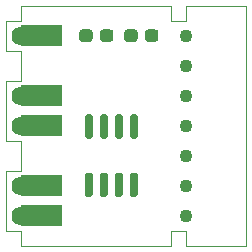
<source format=gbr>
%TF.GenerationSoftware,KiCad,Pcbnew,(5.1.9)-1*%
%TF.CreationDate,2021-04-16T00:55:01+02:00*%
%TF.ProjectId,13_TOR_N,31335f54-4f52-45f4-9e2e-6b696361645f,rev?*%
%TF.SameCoordinates,Original*%
%TF.FileFunction,Soldermask,Top*%
%TF.FilePolarity,Negative*%
%FSLAX46Y46*%
G04 Gerber Fmt 4.6, Leading zero omitted, Abs format (unit mm)*
G04 Created by KiCad (PCBNEW (5.1.9)-1) date 2021-04-16 00:55:01*
%MOMM*%
%LPD*%
G01*
G04 APERTURE LIST*
%TA.AperFunction,Profile*%
%ADD10C,0.050000*%
%TD*%
%ADD11C,1.624000*%
%ADD12C,1.100000*%
G04 APERTURE END LIST*
D10*
X115570000Y-60960000D02*
X120650000Y-60960000D01*
X115570000Y-62230000D02*
X115570000Y-60960000D01*
X114300000Y-62230000D02*
X115570000Y-62230000D01*
X114300000Y-60960000D02*
X114300000Y-62230000D01*
X115570000Y-81280000D02*
X120650000Y-81280000D01*
X115570000Y-80010000D02*
X115570000Y-81280000D01*
X114300000Y-80010000D02*
X115570000Y-80010000D01*
X114300000Y-81280000D02*
X114300000Y-80010000D01*
X101600000Y-62230000D02*
X101600000Y-60960000D01*
X100330000Y-62230000D02*
X101600000Y-62230000D01*
X100330000Y-64770000D02*
X100330000Y-62230000D01*
X101600000Y-64770000D02*
X100330000Y-64770000D01*
X100330000Y-72390000D02*
X100330000Y-67310000D01*
X101600000Y-72390000D02*
X100330000Y-72390000D01*
X101600000Y-74930000D02*
X101600000Y-72390000D01*
X100330000Y-74930000D02*
X101600000Y-74930000D01*
X120650000Y-60960000D02*
X120650000Y-81280000D01*
X101600000Y-60960000D02*
X114300000Y-60960000D01*
X101600000Y-80010000D02*
X101600000Y-81280000D01*
X100330000Y-80010000D02*
X101600000Y-80010000D01*
X101600000Y-64770000D02*
X101600000Y-67310000D01*
X101600000Y-67310000D02*
X100330000Y-67310000D01*
X114300000Y-81280000D02*
X101600000Y-81280000D01*
X100330000Y-80010000D02*
X100330000Y-74930000D01*
%TO.C,J1*%
G36*
G01*
X104182000Y-70270000D02*
X104182000Y-71970000D01*
G75*
G02*
X104132000Y-72020000I-50000J0D01*
G01*
X101608000Y-72020000D01*
G75*
G02*
X101558000Y-71970000I0J50000D01*
G01*
X101558000Y-70270000D01*
G75*
G02*
X101608000Y-70220000I50000J0D01*
G01*
X104132000Y-70220000D01*
G75*
G02*
X104182000Y-70270000I0J-50000D01*
G01*
G37*
G36*
G01*
X104182000Y-70270000D02*
X104182000Y-71970000D01*
G75*
G02*
X104132000Y-72020000I-50000J0D01*
G01*
X101608000Y-72020000D01*
G75*
G02*
X101558000Y-71970000I0J50000D01*
G01*
X101558000Y-70270000D01*
G75*
G02*
X101608000Y-70220000I50000J0D01*
G01*
X104132000Y-70220000D01*
G75*
G02*
X104182000Y-70270000I0J-50000D01*
G01*
G37*
D11*
X101600000Y-71120000D03*
G36*
G01*
X105040000Y-70270000D02*
X105040000Y-71970000D01*
G75*
G02*
X104990000Y-72020000I-50000J0D01*
G01*
X103290000Y-72020000D01*
G75*
G02*
X103240000Y-71970000I0J50000D01*
G01*
X103240000Y-70270000D01*
G75*
G02*
X103290000Y-70220000I50000J0D01*
G01*
X104990000Y-70220000D01*
G75*
G02*
X105040000Y-70270000I0J-50000D01*
G01*
G37*
%TD*%
%TO.C,J2*%
G36*
G01*
X105040000Y-62650000D02*
X105040000Y-64350000D01*
G75*
G02*
X104990000Y-64400000I-50000J0D01*
G01*
X103290000Y-64400000D01*
G75*
G02*
X103240000Y-64350000I0J50000D01*
G01*
X103240000Y-62650000D01*
G75*
G02*
X103290000Y-62600000I50000J0D01*
G01*
X104990000Y-62600000D01*
G75*
G02*
X105040000Y-62650000I0J-50000D01*
G01*
G37*
X101600000Y-63500000D03*
G36*
G01*
X104182000Y-62650000D02*
X104182000Y-64350000D01*
G75*
G02*
X104132000Y-64400000I-50000J0D01*
G01*
X101608000Y-64400000D01*
G75*
G02*
X101558000Y-64350000I0J50000D01*
G01*
X101558000Y-62650000D01*
G75*
G02*
X101608000Y-62600000I50000J0D01*
G01*
X104132000Y-62600000D01*
G75*
G02*
X104182000Y-62650000I0J-50000D01*
G01*
G37*
G36*
G01*
X104182000Y-62650000D02*
X104182000Y-64350000D01*
G75*
G02*
X104132000Y-64400000I-50000J0D01*
G01*
X101608000Y-64400000D01*
G75*
G02*
X101558000Y-64350000I0J50000D01*
G01*
X101558000Y-62650000D01*
G75*
G02*
X101608000Y-62600000I50000J0D01*
G01*
X104132000Y-62600000D01*
G75*
G02*
X104182000Y-62650000I0J-50000D01*
G01*
G37*
%TD*%
%TO.C,J3*%
G36*
G01*
X105040000Y-75350000D02*
X105040000Y-77050000D01*
G75*
G02*
X104990000Y-77100000I-50000J0D01*
G01*
X103290000Y-77100000D01*
G75*
G02*
X103240000Y-77050000I0J50000D01*
G01*
X103240000Y-75350000D01*
G75*
G02*
X103290000Y-75300000I50000J0D01*
G01*
X104990000Y-75300000D01*
G75*
G02*
X105040000Y-75350000I0J-50000D01*
G01*
G37*
X101600000Y-76200000D03*
G36*
G01*
X104182000Y-75350000D02*
X104182000Y-77050000D01*
G75*
G02*
X104132000Y-77100000I-50000J0D01*
G01*
X101608000Y-77100000D01*
G75*
G02*
X101558000Y-77050000I0J50000D01*
G01*
X101558000Y-75350000D01*
G75*
G02*
X101608000Y-75300000I50000J0D01*
G01*
X104132000Y-75300000D01*
G75*
G02*
X104182000Y-75350000I0J-50000D01*
G01*
G37*
G36*
G01*
X104182000Y-75350000D02*
X104182000Y-77050000D01*
G75*
G02*
X104132000Y-77100000I-50000J0D01*
G01*
X101608000Y-77100000D01*
G75*
G02*
X101558000Y-77050000I0J50000D01*
G01*
X101558000Y-75350000D01*
G75*
G02*
X101608000Y-75300000I50000J0D01*
G01*
X104132000Y-75300000D01*
G75*
G02*
X104182000Y-75350000I0J-50000D01*
G01*
G37*
%TD*%
%TO.C,R1*%
G36*
G01*
X110310000Y-63762500D02*
X110310000Y-63237500D01*
G75*
G02*
X110572500Y-62975000I262500J0D01*
G01*
X111197500Y-62975000D01*
G75*
G02*
X111460000Y-63237500I0J-262500D01*
G01*
X111460000Y-63762500D01*
G75*
G02*
X111197500Y-64025000I-262500J0D01*
G01*
X110572500Y-64025000D01*
G75*
G02*
X110310000Y-63762500I0J262500D01*
G01*
G37*
G36*
G01*
X112060000Y-63762500D02*
X112060000Y-63237500D01*
G75*
G02*
X112322500Y-62975000I262500J0D01*
G01*
X112947500Y-62975000D01*
G75*
G02*
X113210000Y-63237500I0J-262500D01*
G01*
X113210000Y-63762500D01*
G75*
G02*
X112947500Y-64025000I-262500J0D01*
G01*
X112322500Y-64025000D01*
G75*
G02*
X112060000Y-63762500I0J262500D01*
G01*
G37*
%TD*%
%TO.C,R2*%
G36*
G01*
X108250000Y-63762500D02*
X108250000Y-63237500D01*
G75*
G02*
X108512500Y-62975000I262500J0D01*
G01*
X109137500Y-62975000D01*
G75*
G02*
X109400000Y-63237500I0J-262500D01*
G01*
X109400000Y-63762500D01*
G75*
G02*
X109137500Y-64025000I-262500J0D01*
G01*
X108512500Y-64025000D01*
G75*
G02*
X108250000Y-63762500I0J262500D01*
G01*
G37*
G36*
G01*
X106500000Y-63762500D02*
X106500000Y-63237500D01*
G75*
G02*
X106762500Y-62975000I262500J0D01*
G01*
X107387500Y-62975000D01*
G75*
G02*
X107650000Y-63237500I0J-262500D01*
G01*
X107650000Y-63762500D01*
G75*
G02*
X107387500Y-64025000I-262500J0D01*
G01*
X106762500Y-64025000D01*
G75*
G02*
X106500000Y-63762500I0J262500D01*
G01*
G37*
%TD*%
%TO.C,J4*%
G36*
G01*
X104182000Y-67730000D02*
X104182000Y-69430000D01*
G75*
G02*
X104132000Y-69480000I-50000J0D01*
G01*
X101608000Y-69480000D01*
G75*
G02*
X101558000Y-69430000I0J50000D01*
G01*
X101558000Y-67730000D01*
G75*
G02*
X101608000Y-67680000I50000J0D01*
G01*
X104132000Y-67680000D01*
G75*
G02*
X104182000Y-67730000I0J-50000D01*
G01*
G37*
G36*
G01*
X104182000Y-67730000D02*
X104182000Y-69430000D01*
G75*
G02*
X104132000Y-69480000I-50000J0D01*
G01*
X101608000Y-69480000D01*
G75*
G02*
X101558000Y-69430000I0J50000D01*
G01*
X101558000Y-67730000D01*
G75*
G02*
X101608000Y-67680000I50000J0D01*
G01*
X104132000Y-67680000D01*
G75*
G02*
X104182000Y-67730000I0J-50000D01*
G01*
G37*
X101600000Y-68580000D03*
G36*
G01*
X105040000Y-67730000D02*
X105040000Y-69430000D01*
G75*
G02*
X104990000Y-69480000I-50000J0D01*
G01*
X103290000Y-69480000D01*
G75*
G02*
X103240000Y-69430000I0J50000D01*
G01*
X103240000Y-67730000D01*
G75*
G02*
X103290000Y-67680000I50000J0D01*
G01*
X104990000Y-67680000D01*
G75*
G02*
X105040000Y-67730000I0J-50000D01*
G01*
G37*
%TD*%
%TO.C,J5*%
G36*
G01*
X105040000Y-77890000D02*
X105040000Y-79590000D01*
G75*
G02*
X104990000Y-79640000I-50000J0D01*
G01*
X103290000Y-79640000D01*
G75*
G02*
X103240000Y-79590000I0J50000D01*
G01*
X103240000Y-77890000D01*
G75*
G02*
X103290000Y-77840000I50000J0D01*
G01*
X104990000Y-77840000D01*
G75*
G02*
X105040000Y-77890000I0J-50000D01*
G01*
G37*
X101600000Y-78740000D03*
G36*
G01*
X104182000Y-77890000D02*
X104182000Y-79590000D01*
G75*
G02*
X104132000Y-79640000I-50000J0D01*
G01*
X101608000Y-79640000D01*
G75*
G02*
X101558000Y-79590000I0J50000D01*
G01*
X101558000Y-77890000D01*
G75*
G02*
X101608000Y-77840000I50000J0D01*
G01*
X104132000Y-77840000D01*
G75*
G02*
X104182000Y-77890000I0J-50000D01*
G01*
G37*
G36*
G01*
X104182000Y-77890000D02*
X104182000Y-79590000D01*
G75*
G02*
X104132000Y-79640000I-50000J0D01*
G01*
X101608000Y-79640000D01*
G75*
G02*
X101558000Y-79590000I0J50000D01*
G01*
X101558000Y-77890000D01*
G75*
G02*
X101608000Y-77840000I50000J0D01*
G01*
X104132000Y-77840000D01*
G75*
G02*
X104182000Y-77890000I0J-50000D01*
G01*
G37*
%TD*%
D12*
%TO.C,H1*%
X115570000Y-63500000D03*
%TD*%
%TO.C,H2*%
X115570000Y-66040000D03*
%TD*%
%TO.C,H4*%
X115570000Y-78740000D03*
%TD*%
%TO.C,H5*%
X115570000Y-71120000D03*
%TD*%
%TO.C,H6*%
X115570000Y-76200000D03*
%TD*%
%TO.C,H7*%
X115570000Y-68580000D03*
%TD*%
%TO.C,H8*%
X115570000Y-73660000D03*
%TD*%
%TO.C,Q1*%
G36*
G01*
X110950000Y-70160000D02*
X111300000Y-70160000D01*
G75*
G02*
X111475000Y-70335000I0J-175000D01*
G01*
X111475000Y-72035000D01*
G75*
G02*
X111300000Y-72210000I-175000J0D01*
G01*
X110950000Y-72210000D01*
G75*
G02*
X110775000Y-72035000I0J175000D01*
G01*
X110775000Y-70335000D01*
G75*
G02*
X110950000Y-70160000I175000J0D01*
G01*
G37*
G36*
G01*
X109680000Y-70160000D02*
X110030000Y-70160000D01*
G75*
G02*
X110205000Y-70335000I0J-175000D01*
G01*
X110205000Y-72035000D01*
G75*
G02*
X110030000Y-72210000I-175000J0D01*
G01*
X109680000Y-72210000D01*
G75*
G02*
X109505000Y-72035000I0J175000D01*
G01*
X109505000Y-70335000D01*
G75*
G02*
X109680000Y-70160000I175000J0D01*
G01*
G37*
G36*
G01*
X108410000Y-70160000D02*
X108760000Y-70160000D01*
G75*
G02*
X108935000Y-70335000I0J-175000D01*
G01*
X108935000Y-72035000D01*
G75*
G02*
X108760000Y-72210000I-175000J0D01*
G01*
X108410000Y-72210000D01*
G75*
G02*
X108235000Y-72035000I0J175000D01*
G01*
X108235000Y-70335000D01*
G75*
G02*
X108410000Y-70160000I175000J0D01*
G01*
G37*
G36*
G01*
X107140000Y-70160000D02*
X107490000Y-70160000D01*
G75*
G02*
X107665000Y-70335000I0J-175000D01*
G01*
X107665000Y-72035000D01*
G75*
G02*
X107490000Y-72210000I-175000J0D01*
G01*
X107140000Y-72210000D01*
G75*
G02*
X106965000Y-72035000I0J175000D01*
G01*
X106965000Y-70335000D01*
G75*
G02*
X107140000Y-70160000I175000J0D01*
G01*
G37*
G36*
G01*
X107140000Y-75110000D02*
X107490000Y-75110000D01*
G75*
G02*
X107665000Y-75285000I0J-175000D01*
G01*
X107665000Y-76985000D01*
G75*
G02*
X107490000Y-77160000I-175000J0D01*
G01*
X107140000Y-77160000D01*
G75*
G02*
X106965000Y-76985000I0J175000D01*
G01*
X106965000Y-75285000D01*
G75*
G02*
X107140000Y-75110000I175000J0D01*
G01*
G37*
G36*
G01*
X108410000Y-75110000D02*
X108760000Y-75110000D01*
G75*
G02*
X108935000Y-75285000I0J-175000D01*
G01*
X108935000Y-76985000D01*
G75*
G02*
X108760000Y-77160000I-175000J0D01*
G01*
X108410000Y-77160000D01*
G75*
G02*
X108235000Y-76985000I0J175000D01*
G01*
X108235000Y-75285000D01*
G75*
G02*
X108410000Y-75110000I175000J0D01*
G01*
G37*
G36*
G01*
X109680000Y-75110000D02*
X110030000Y-75110000D01*
G75*
G02*
X110205000Y-75285000I0J-175000D01*
G01*
X110205000Y-76985000D01*
G75*
G02*
X110030000Y-77160000I-175000J0D01*
G01*
X109680000Y-77160000D01*
G75*
G02*
X109505000Y-76985000I0J175000D01*
G01*
X109505000Y-75285000D01*
G75*
G02*
X109680000Y-75110000I175000J0D01*
G01*
G37*
G36*
G01*
X110950000Y-75110000D02*
X111300000Y-75110000D01*
G75*
G02*
X111475000Y-75285000I0J-175000D01*
G01*
X111475000Y-76985000D01*
G75*
G02*
X111300000Y-77160000I-175000J0D01*
G01*
X110950000Y-77160000D01*
G75*
G02*
X110775000Y-76985000I0J175000D01*
G01*
X110775000Y-75285000D01*
G75*
G02*
X110950000Y-75110000I175000J0D01*
G01*
G37*
%TD*%
M02*

</source>
